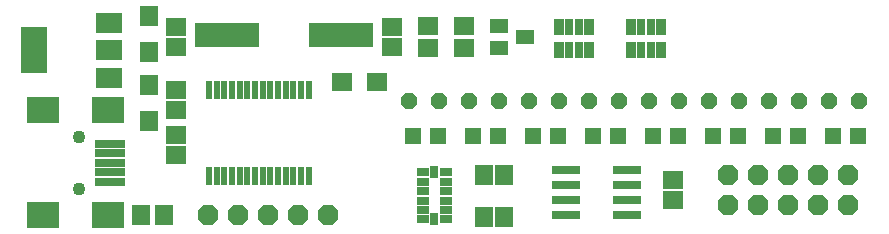
<source format=gts>
G75*
G70*
%OFA0B0*%
%FSLAX24Y24*%
%IPPOS*%
%LPD*%
%AMOC8*
5,1,8,0,0,1.08239X$1,22.5*
%
%ADD10R,0.0592X0.0671*%
%ADD11R,0.1064X0.0867*%
%ADD12R,0.0986X0.0277*%
%ADD13C,0.0434*%
%ADD14OC8,0.0560*%
%ADD15R,0.0867X0.0671*%
%ADD16R,0.0867X0.1576*%
%ADD17R,0.0631X0.0710*%
%ADD18R,0.0434X0.0316*%
%ADD19R,0.0316X0.0434*%
%ADD20OC8,0.0680*%
%ADD21R,0.0217X0.0630*%
%ADD22R,0.0710X0.0631*%
%ADD23R,0.2180X0.0840*%
%ADD24R,0.0671X0.0592*%
%ADD25R,0.0253X0.0533*%
%ADD26R,0.0328X0.0533*%
%ADD27R,0.0552X0.0552*%
%ADD28R,0.0946X0.0316*%
%ADD29R,0.0631X0.0474*%
D10*
X004558Y004993D03*
X005306Y004993D03*
X015997Y004943D03*
X016666Y004943D03*
X016666Y006343D03*
X015997Y006343D03*
D11*
X001301Y004991D03*
X003466Y004991D03*
X003466Y008495D03*
X001301Y008495D03*
D12*
X003505Y007373D03*
X003505Y007058D03*
X003505Y006743D03*
X003505Y006428D03*
X003505Y006113D03*
D13*
X002482Y005877D03*
X002482Y007609D03*
D14*
X013482Y008793D03*
X014482Y008793D03*
X015482Y008793D03*
X016482Y008793D03*
X017482Y008793D03*
X018482Y008793D03*
X019482Y008793D03*
X020482Y008793D03*
X021482Y008793D03*
X022482Y008793D03*
X023482Y008793D03*
X024482Y008793D03*
X025482Y008793D03*
X026482Y008793D03*
X027482Y008793D03*
X028482Y008793D03*
D15*
X003472Y009588D03*
X003472Y010493D03*
X003472Y011399D03*
D16*
X000992Y010493D03*
D17*
X004832Y010453D03*
X004832Y009334D03*
X004832Y008153D03*
X004832Y011634D03*
D18*
X013938Y006431D03*
X013938Y006116D03*
X013938Y005801D03*
X013938Y005486D03*
X013938Y005171D03*
X013938Y004856D03*
X014726Y004856D03*
X014726Y005171D03*
X014726Y005486D03*
X014726Y005801D03*
X014726Y006116D03*
X014726Y006431D03*
D19*
X014332Y006431D03*
X014332Y004856D03*
D20*
X010782Y004993D03*
X009782Y004993D03*
X008782Y004993D03*
X007782Y004993D03*
X006782Y004993D03*
X024132Y005343D03*
X025132Y005343D03*
X026132Y005343D03*
X027132Y005343D03*
X028132Y005343D03*
X028132Y006343D03*
X027132Y006343D03*
X026132Y006343D03*
X025132Y006343D03*
X024132Y006343D03*
D21*
X010145Y006304D03*
X009889Y006304D03*
X009633Y006304D03*
X009377Y006304D03*
X009122Y006304D03*
X008866Y006304D03*
X008610Y006304D03*
X008354Y006304D03*
X008098Y006304D03*
X007842Y006304D03*
X007586Y006304D03*
X007330Y006304D03*
X007074Y006304D03*
X006818Y006304D03*
X006818Y009183D03*
X007074Y009183D03*
X007330Y009183D03*
X007586Y009183D03*
X007842Y009183D03*
X008098Y009183D03*
X008354Y009183D03*
X008610Y009183D03*
X008866Y009183D03*
X009122Y009183D03*
X009377Y009183D03*
X009633Y009183D03*
X009889Y009183D03*
X010145Y009183D03*
D22*
X011241Y009443D03*
X012422Y009443D03*
D23*
X011232Y010993D03*
X007432Y010993D03*
D24*
X005732Y011278D03*
X005732Y010609D03*
X005732Y009178D03*
X005732Y008509D03*
X005732Y007678D03*
X005732Y007009D03*
X012932Y010609D03*
X014132Y010569D03*
X015332Y010569D03*
X015332Y011317D03*
X014132Y011317D03*
X012932Y011278D03*
X022282Y006178D03*
X022282Y005509D03*
D25*
X021539Y010509D03*
X021224Y010509D03*
X021224Y011277D03*
X021539Y011277D03*
X019139Y011277D03*
X018824Y011277D03*
X018824Y010509D03*
X019139Y010509D03*
D26*
X019492Y010509D03*
X018472Y010509D03*
X018472Y011277D03*
X019492Y011277D03*
X020872Y011277D03*
X021892Y011277D03*
X021892Y010509D03*
X020872Y010509D03*
D27*
X020445Y007643D03*
X019618Y007643D03*
X018445Y007643D03*
X017618Y007643D03*
X016445Y007643D03*
X015618Y007643D03*
X014445Y007643D03*
X013618Y007643D03*
X021618Y007643D03*
X022445Y007643D03*
X023618Y007643D03*
X024445Y007643D03*
X025618Y007643D03*
X026445Y007643D03*
X027618Y007643D03*
X028445Y007643D03*
D28*
X020755Y006493D03*
X020755Y005993D03*
X020755Y005493D03*
X020755Y004993D03*
X018708Y004993D03*
X018708Y005493D03*
X018708Y005993D03*
X018708Y006493D03*
D29*
X016499Y010569D03*
X017365Y010943D03*
X016499Y011317D03*
M02*

</source>
